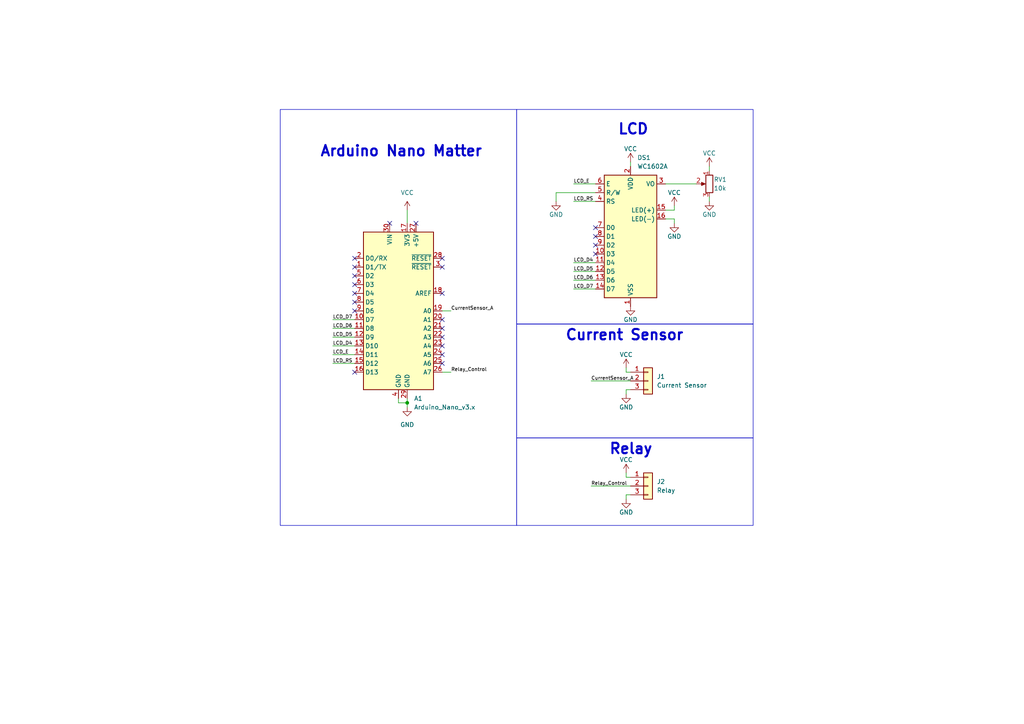
<source format=kicad_sch>
(kicad_sch (version 20230121) (generator eeschema)
  (paper "A4")
  (lib_symbols
    (symbol "Connector_Generic:Conn_01x03" (pin_names (offset 1.016) hide)
      (property "Reference" "J" (at 0 5.08 0))
      (property "Value" "Conn_01x03" (at 0 -5.08 0))
      (symbol "Conn_01x03_1_1"
        (rectangle (start -1.27 -2.413) (end 0 -2.667) (stroke (width 0.1524)))
        (rectangle (start -1.27 0.127) (end 0 -0.127) (stroke (width 0.1524)))
        (rectangle (start -1.27 2.667) (end 0 2.413) (stroke (width 0.1524)))
        (rectangle (start -1.27 3.81) (end 1.27 -3.81) (stroke (width 0.254)) (fill (type background)))
        (pin passive line (at -5.08 2.54 0) (length 3.81) (name "Pin_1") (number "1"))
        (pin passive line (at -5.08 0 0) (length 3.81) (name "Pin_2") (number "2"))
        (pin passive line (at -5.08 -2.54 0) (length 3.81) (name "Pin_3") (number "3"))
      )
    )
    (symbol "Device:R_Potentiometer" (pin_names (offset 1.016) hide)
      (property "Reference" "RV" (at -4.445 0 90))
      (property "Value" "R_Potentiometer" (at -2.54 0 90))
      (symbol "R_Potentiometer_0_1"
        (polyline (pts (xy 2.54 0) (xy 1.524 0)))
        (polyline (pts (xy 1.143 0) (xy 2.286 0.508) (xy 2.286 -0.508) (xy 1.143 0)) (fill (type outline)))
        (rectangle (start 1.016 2.54) (end -1.016 -2.54) (stroke (width 0.254)))
      )
      (symbol "R_Potentiometer_1_1"
        (pin passive line (at 0 3.81 270) (length 1.27) (name "1") (number "1"))
        (pin passive line (at 3.81 0 180) (length 1.27) (name "2") (number "2"))
        (pin passive line (at 0 -3.81 90) (length 1.27) (name "3") (number "3"))
      )
    )
    (symbol "Display_Character:WC1602A"
      (property "Reference" "DS" (at -5.842 19.05 0))
      (property "Value" "WC1602A" (at 5.334 19.05 0))
      (symbol "WC1602A_1_1"
        (rectangle (start -7.62 17.78) (end 7.62 -17.78) (stroke (width 0.254)) (fill (type background)))
        (pin power_in line (at 0 -20.32 90) (length 2.54) (name "VSS") (number "1"))
        (pin input line (at -10.16 -5.08 0) (length 2.54) (name "D3") (number "10"))
        (pin input line (at -10.16 -7.62 0) (length 2.54) (name "D4") (number "11"))
        (pin input line (at -10.16 -10.16 0) (length 2.54) (name "D5") (number "12"))
        (pin input line (at -10.16 -12.7 0) (length 2.54) (name "D6") (number "13"))
        (pin input line (at -10.16 -15.24 0) (length 2.54) (name "D7") (number "14"))
        (pin power_in line (at 10.16 7.62 180) (length 2.54) (name "LED(+)") (number "15"))
        (pin power_in line (at 10.16 5.08 180) (length 2.54) (name "LED(-)") (number "16"))
        (pin power_in line (at 0 20.32 270) (length 2.54) (name "VDD") (number "2"))
        (pin input line (at 10.16 15.24 180) (length 2.54) (name "VO") (number "3"))
        (pin input line (at -10.16 10.16 0) (length 2.54) (name "RS") (number "4"))
        (pin input line (at -10.16 12.7 0) (length 2.54) (name "R/W") (number "5"))
        (pin input line (at -10.16 15.24 0) (length 2.54) (name "E") (number "6"))
        (pin input line (at -10.16 2.54 0) (length 2.54) (name "D0") (number "7"))
        (pin input line (at -10.16 0 0) (length 2.54) (name "D1") (number "8"))
        (pin input line (at -10.16 -2.54 0) (length 2.54) (name "D2") (number "9"))
      )
    )
    (symbol "MCU_Module:Arduino_Nano_v3.x"
      (property "Reference" "A" (at -10.16 23.495 0))
      (property "Value" "Arduino_Nano_v3.x" (at 5.08 -24.13 0))
      (symbol "Arduino_Nano_v3.x_0_1"
        (rectangle (start -10.16 22.86) (end 10.16 -22.86) (stroke (width 0.254)) (fill (type background)))
      )
      (symbol "Arduino_Nano_v3.x_1_1"
        (pin bidirectional line (at -12.7 12.7 0) (length 2.54) (name "D1/TX") (number "1"))
        (pin bidirectional line (at -12.7 -2.54 0) (length 2.54) (name "D7") (number "10"))
        (pin bidirectional line (at -12.7 -5.08 0) (length 2.54) (name "D8") (number "11"))
        (pin bidirectional line (at -12.7 -7.62 0) (length 2.54) (name "D9") (number "12"))
        (pin bidirectional line (at -12.7 -10.16 0) (length 2.54) (name "D10") (number "13"))
        (pin bidirectional line (at -12.7 -12.7 0) (length 2.54) (name "D11") (number "14"))
        (pin bidirectional line (at -12.7 -15.24 0) (length 2.54) (name "D12") (number "15"))
        (pin bidirectional line (at -12.7 -17.78 0) (length 2.54) (name "D13") (number "16"))
        (pin power_out line (at 2.54 25.4 270) (length 2.54) (name "3V3") (number "17"))
        (pin input line (at 12.7 5.08 180) (length 2.54) (name "AREF") (number "18"))
        (pin bidirectional line (at 12.7 0 180) (length 2.54) (name "A0") (number "19"))
        (pin bidirectional line (at -12.7 15.24 0) (length 2.54) (name "D0/RX") (number "2"))
        (pin bidirectional line (at 12.7 -2.54 180) (length 2.54) (name "A1") (number "20"))
        (pin bidirectional line (at 12.7 -5.08 180) (length 2.54) (name "A2") (number "21"))
        (pin bidirectional line (at 12.7 -7.62 180) (length 2.54) (name "A3") (number "22"))
        (pin bidirectional line (at 12.7 -10.16 180) (length 2.54) (name "A4") (number "23"))
        (pin bidirectional line (at 12.7 -12.7 180) (length 2.54) (name "A5") (number "24"))
        (pin bidirectional line (at 12.7 -15.24 180) (length 2.54) (name "A6") (number "25"))
        (pin bidirectional line (at 12.7 -17.78 180) (length 2.54) (name "A7") (number "26"))
        (pin power_out line (at 5.08 25.4 270) (length 2.54) (name "+5V") (number "27"))
        (pin input line (at 12.7 15.24 180) (length 2.54) (name "~{RESET}") (number "28"))
        (pin power_in line (at 2.54 -25.4 90) (length 2.54) (name "GND") (number "29"))
        (pin input line (at 12.7 12.7 180) (length 2.54) (name "~{RESET}") (number "3"))
        (pin power_in line (at -2.54 25.4 270) (length 2.54) (name "VIN") (number "30"))
        (pin power_in line (at 0 -25.4 90) (length 2.54) (name "GND") (number "4"))
        (pin bidirectional line (at -12.7 10.16 0) (length 2.54) (name "D2") (number "5"))
        (pin bidirectional line (at -12.7 7.62 0) (length 2.54) (name "D3") (number "6"))
        (pin bidirectional line (at -12.7 5.08 0) (length 2.54) (name "D4") (number "7"))
        (pin bidirectional line (at -12.7 2.54 0) (length 2.54) (name "D5") (number "8"))
        (pin bidirectional line (at -12.7 0 0) (length 2.54) (name "D6") (number "9"))
      )
    )
    (symbol "power:GND" (power) (pin_names (offset 0))
      (property "Value" "GND" (at 0 -3.81 0))
      (symbol "GND_0_1"
        (polyline (pts (xy 0 0) (xy 0 -1.27) (xy 1.27 -1.27) (xy 0 -2.54) (xy -1.27 -1.27) (xy 0 -1.27)))
      )
      (symbol "GND_1_1"
        (pin power_in line (at 0 0 270) (length 0) hide (name "GND") (number "1"))
      )
    )
    (symbol "power:VCC" (power) (pin_names (offset 0))
      (property "Value" "VCC" (at 0 3.81 0))
      (symbol "VCC_0_1"
        (polyline (pts (xy -0.762 1.27) (xy 0 2.54)))
        (polyline (pts (xy 0 0) (xy 0 2.54)))
        (polyline (pts (xy 0 2.54) (xy 0.762 1.27)))
      )
      (symbol "VCC_1_1"
        (pin power_in line (at 0 0 90) (length 0) hide (name "VCC") (number "1"))
      )
    )
  )
  (junction (at 118.11 116.84))
  (no_connect (at 128.27 100.33))
  (no_connect (at 172.72 71.12))
  (no_connect (at 102.87 85.09))
  (no_connect (at 120.65 64.77))
  (no_connect (at 128.27 97.79))
  (no_connect (at 172.72 73.66))
  (no_connect (at 128.27 95.25))
  (no_connect (at 102.87 90.17))
  (no_connect (at 102.87 87.63))
  (no_connect (at 102.87 82.55))
  (no_connect (at 128.27 92.71))
  (no_connect (at 128.27 85.09))
  (no_connect (at 128.27 102.87))
  (no_connect (at 102.87 107.95))
  (no_connect (at 102.87 80.01))
  (no_connect (at 172.72 68.58))
  (no_connect (at 172.72 66.04))
  (no_connect (at 102.87 74.93))
  (no_connect (at 128.27 105.41))
  (no_connect (at 128.27 77.47))
  (no_connect (at 113.03 64.77))
  (no_connect (at 128.27 74.93))
  (no_connect (at 102.87 77.47))
  (wire (pts (xy 166.37 81.28) (xy 172.72 81.28)))
  (wire (pts (xy 96.52 97.79) (xy 102.87 97.79)))
  (wire (pts (xy 115.57 115.57) (xy 115.57 116.84)))
  (wire (pts (xy 161.29 55.88) (xy 161.29 58.42)))
  (wire (pts (xy 171.45 140.97) (xy 182.88 140.97)))
  (wire (pts (xy 166.37 78.74) (xy 172.72 78.74)))
  (wire (pts (xy 182.88 138.43) (xy 181.61 138.43)))
  (wire (pts (xy 182.88 113.03) (xy 181.61 113.03)))
  (wire (pts (xy 128.27 90.17) (xy 130.81 90.17)))
  (wire (pts (xy 118.11 115.57) (xy 118.11 116.84)))
  (wire (pts (xy 118.11 60.96) (xy 118.11 64.77)))
  (wire (pts (xy 205.74 57.15) (xy 205.74 58.42)))
  (wire (pts (xy 193.04 53.34) (xy 201.93 53.34)))
  (wire (pts (xy 182.88 46.99) (xy 182.88 48.26)))
  (wire (pts (xy 181.61 107.95) (xy 181.61 106.68)))
  (wire (pts (xy 193.04 63.5) (xy 195.58 63.5)))
  (wire (pts (xy 195.58 63.5) (xy 195.58 64.77)))
  (wire (pts (xy 193.04 60.96) (xy 195.58 60.96)))
  (wire (pts (xy 182.88 107.95) (xy 181.61 107.95)))
  (wire (pts (xy 96.52 105.41) (xy 102.87 105.41)))
  (wire (pts (xy 96.52 92.71) (xy 102.87 92.71)))
  (wire (pts (xy 172.72 55.88) (xy 161.29 55.88)))
  (wire (pts (xy 166.37 53.34) (xy 172.72 53.34)))
  (wire (pts (xy 96.52 95.25) (xy 102.87 95.25)))
  (wire (pts (xy 166.37 76.2) (xy 172.72 76.2)))
  (wire (pts (xy 128.27 107.95) (xy 130.81 107.95)))
  (wire (pts (xy 205.74 48.26) (xy 205.74 49.53)))
  (wire (pts (xy 195.58 60.96) (xy 195.58 59.69)))
  (wire (pts (xy 96.52 102.87) (xy 102.87 102.87)))
  (wire (pts (xy 181.61 137.16) (xy 181.61 138.43)))
  (wire (pts (xy 96.52 100.33) (xy 102.87 100.33)))
  (wire (pts (xy 181.61 113.03) (xy 181.61 114.3)))
  (wire (pts (xy 166.37 83.82) (xy 172.72 83.82)))
  (wire (pts (xy 118.11 116.84) (xy 118.11 118.11)))
  (wire (pts (xy 171.45 110.49) (xy 182.88 110.49)))
  (wire (pts (xy 181.61 143.51) (xy 181.61 144.78)))
  (wire (pts (xy 166.37 58.42) (xy 172.72 58.42)))
  (wire (pts (xy 182.88 143.51) (xy 181.61 143.51)))
  (wire (pts (xy 115.57 116.84) (xy 118.11 116.84)))
  (rectangle (start 149.86 127) (end 218.44 152.4))
  (rectangle (start 149.86 93.98) (end 218.44 127))
  (rectangle (start 81.28 31.75) (end 149.86 152.4))
  (rectangle (start 149.86 31.75) (end 218.44 93.98))
  (text "Relay\n" (at 176.53 132.08 0) (effects (font (size 3 3) (thickness 0.6) bold) (justify left bottom)))
  (text "Current Sensor" (at 163.83 99.06 0) (effects (font (size 3 3) (thickness 0.6) bold) (justify left bottom)))
  (text "Arduino Nano Matter" (at 92.71 45.72 0) (effects (font (size 3 3) (thickness 0.6) bold) (justify left bottom)))
  (text "LCD \n" (at 179.07 39.37 0) (effects (font (size 3 3) (thickness 0.6) bold) (justify left bottom)))
  (label "LCD_D4" (at 96.52 100.33 0) (effects (font (size 1 1))))
  (label "CurrentSensor_A" (at 171.45 110.49 0) (effects (font (size 1 1))))
  (label "LCD_D7" (at 96.52 92.71 0) (effects (font (size 1 1))))
  (label "LCD_D6" (at 96.52 95.25 0) (effects (font (size 1 1))))
  (label "LCD_RS" (at 96.52 105.41 0) (effects (font (size 1 1))))
  (label "LCD_E" (at 96.52 102.87 0) (effects (font (size 1 1))))
  (label "CurrentSensor_A" (at 130.81 90.17 0) (effects (font (size 1 1))))
  (label "LCD_D7" (at 166.37 83.82 0) (effects (font (size 1 1))))
  (label "LCD_RS" (at 166.37 58.42 0) (effects (font (size 1 1))))
  (label "LCD_D6" (at 166.37 81.28 0) (effects (font (size 1 1))))
  (label "LCD_E" (at 166.37 53.34 0) (effects (font (size 1 1))))
  (label "LCD_D5" (at 96.52 97.79 0) (effects (font (size 1 1))))
  (label "Relay_Control" (at 130.81 107.95 0) (effects (font (size 1 1))))
  (label "LCD_D5" (at 166.37 78.74 0) (effects (font (size 1 1))))
  (label "Relay_Control" (at 171.45 140.97 0) (effects (font (size 1 1))))
  (label "LCD_D4" (at 166.37 76.2 0) (effects (font (size 1 1))))
  (symbol (lib_id "power:VCC") (at 195.58 59.69 0) (unit 1)
    (property "Reference" "#PWR03" (effects hide))
    (property "Value" "VCC" (at 195.58 55.88 0))
  )
  (symbol (lib_id "power:GND") (at 181.61 114.3 0) (unit 1)
    (property "Reference" "#PWR010" (effects hide))
    (property "Value" "GND" (at 181.61 118.11 0))
  )
  (symbol (lib_id "power:GND") (at 182.88 88.9 0) (unit 1)
    (property "Reference" "#PWR05" (effects hide))
    (property "Value" "GND" (at 182.88 92.71 0))
  )
  (symbol (lib_id "MCU_Module:Arduino_Nano_v3.x") (at 115.57 90.17 0) (unit 1)
    (property "Reference" "A1" (at 120.0659 115.57 0) (effects (justify left)))
    (property "Value" "Arduino_Nano_v3.x" (at 120.0659 118.11 0) (effects (justify left)))
    (property "Footprint" "Module:Arduino_Nano" (effects hide))
    (property "Datasheet" "http://www.mouser.com/pdfdocs/Gravitech_Arduino_Nano3_0.pdf" (effects hide))
  )
  (symbol (lib_id "Connector_Generic:Conn_01x03") (at 187.96 140.97 0) (unit 1)
    (property "Reference" "J2" (at 190.5 139.7 0) (effects (justify left)))
    (property "Value" "Relay" (at 190.5 142.24 0) (effects (justify left)))
    (property "Footprint" "Connector_PinHeader_2.54mm:PinHeader_1x03_P2.54mm_Vertical" (effects hide))
  )
  (symbol (lib_id "power:VCC") (at 205.74 48.26 0) (unit 1)
    (property "Reference" "#PWR07" (effects hide))
    (property "Value" "VCC" (at 205.74 44.45 0))
  )
  (symbol (lib_id "Connector_Generic:Conn_01x03") (at 187.96 110.49 0) (unit 1)
    (property "Reference" "J1" (at 190.5 109.22 0) (effects (justify left)))
    (property "Value" "Current Sensor" (at 190.5 111.76 0) (effects (justify left)))
    (property "Footprint" "Connector_PinHeader_2.54mm:PinHeader_1x03_P2.54mm_Vertical" (effects hide))
  )
  (symbol (lib_id "power:GND") (at 181.61 144.78 0) (unit 1)
    (property "Reference" "#PWR011" (effects hide))
    (property "Value" "GND" (at 181.61 148.59 0))
  )
  (symbol (lib_id "power:VCC") (at 181.61 137.16 0) (unit 1)
    (property "Reference" "#PWR013" (effects hide))
    (property "Value" "VCC" (at 181.61 133.35 0))
  )
  (symbol (lib_id "power:GND") (at 161.29 58.42 0) (unit 1)
    (property "Reference" "#PWR09" (effects hide))
    (property "Value" "GND" (at 161.29 62.23 0))
  )
  (symbol (lib_id "power:GND") (at 195.58 64.77 0) (unit 1)
    (property "Reference" "#PWR06" (effects hide))
    (property "Value" "GND" (at 195.58 68.58 0))
  )
  (symbol (lib_id "power:GND") (at 118.11 118.11 0) (unit 1)
    (property "Reference" "#PWR02" (effects hide))
    (property "Value" "GND" (at 118.11 123.19 0))
  )
  (symbol (lib_id "power:GND") (at 205.74 58.42 0) (unit 1)
    (property "Reference" "#PWR08" (effects hide))
    (property "Value" "GND" (at 205.74 62.23 0))
  )
  (symbol (lib_id "power:VCC") (at 181.61 106.68 0) (unit 1)
    (property "Reference" "#PWR012" (effects hide))
    (property "Value" "VCC" (at 181.61 102.87 0))
  )
  (symbol (lib_id "power:VCC") (at 118.11 60.96 0) (unit 1)
    (property "Reference" "#PWR01" (effects hide))
    (property "Value" "VCC" (at 118.11 55.88 0))
  )
  (symbol (lib_id "Device:R_Potentiometer") (at 205.74 53.34 0) (mirror y) (unit 1)
    (property "Reference" "RV1" (at 207.01 52.07 0) (effects (justify right)))
    (property "Value" "10k" (at 207.01 54.61 0) (effects (justify right)))
    (property "Footprint" "Potentiometer_THT:Potentiometer_Runtron_RM-065_Vertical" (effects hide))
  )
  (symbol (lib_id "power:VCC") (at 182.88 46.99 0) (unit 1)
    (property "Reference" "#PWR04" (effects hide))
    (property "Value" "VCC" (at 182.88 43.18 0))
  )
  (symbol (lib_id "Display_Character:WC1602A") (at 182.88 68.58 0) (unit 1)
    (property "Reference" "DS1" (at 184.8359 45.72 0) (effects (justify left)))
    (property "Value" "WC1602A" (at 184.8359 48.26 0) (effects (justify left)))
    (property "Footprint" "Display:WC1602A" (effects hide))
    (property "Datasheet" "http://www.wincomlcd.com/pdf/WC1602A-SFYLYHTC06.pdf" (effects hide))
  )
)
</source>
